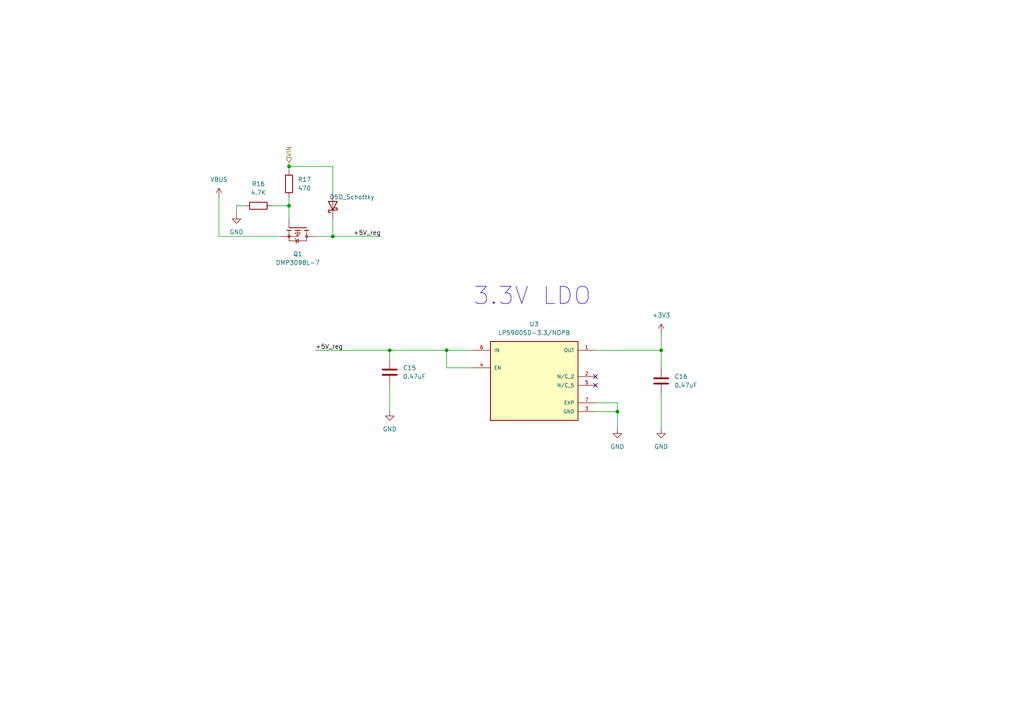
<source format=kicad_sch>
(kicad_sch (version 20211123) (generator eeschema)
  (paper "A4")
  (lib_symbols
    (symbol "DMP3098L-7:DMP3098L-7" (pin_numbers hide) (pin_names (offset 1.016) hide)
      (property "Reference" "Q" (at -8.89 3.81 0))
      (property "Value" "DMP3098L-7" (at -8.89 -6.35 0))
      (symbol "DMP3098L-7_0_0"
        (polyline (pts (xy 0 -2.54) (xy 0 2.54)) (stroke (width 0.254)))
        (polyline (pts (xy 0.762 -3.175) (xy 0.762 -2.54)) (stroke (width 0.254)))
        (polyline (pts (xy 0.762 -2.54) (xy 0.762 -1.905)) (stroke (width 0.254)))
        (polyline (pts (xy 0.762 -2.54) (xy 3.81 -2.54)) (stroke (width 0.1524)))
        (polyline (pts (xy 0.762 -0.762) (xy 0.762 0)) (stroke (width 0.254)))
        (polyline (pts (xy 0.762 0) (xy 0.762 0.762)) (stroke (width 0.254)))
        (polyline (pts (xy 0.762 0) (xy 2.54 0)) (stroke (width 0.1524)))
        (polyline (pts (xy 0.762 1.905) (xy 0.762 2.54)) (stroke (width 0.254)))
        (polyline (pts (xy 0.762 2.54) (xy 0.762 3.175)) (stroke (width 0.254)))
        (polyline (pts (xy 2.54 0) (xy 2.54 2.54)) (stroke (width 0.1524)))
        (polyline (pts (xy 2.54 2.54) (xy 0.762 2.54)) (stroke (width 0.1524)))
        (polyline (pts (xy 2.54 2.54) (xy 3.81 2.54)) (stroke (width 0.1524)))
        (polyline (pts (xy 3.048 0.762) (xy 3.302 0.508)) (stroke (width 0.1524)))
        (polyline (pts (xy 3.302 0.508) (xy 3.81 0.508)) (stroke (width 0.1524)))
        (polyline (pts (xy 3.81 -2.54) (xy 3.81 0.508)) (stroke (width 0.1524)))
        (polyline (pts (xy 3.81 0.508) (xy 3.81 2.54)) (stroke (width 0.1524)))
        (polyline (pts (xy 3.81 0.508) (xy 4.318 0.508)) (stroke (width 0.1524)))
        (polyline (pts (xy 4.318 0.508) (xy 4.572 0.254)) (stroke (width 0.1524)))
        (polyline (pts (xy 2.54 0) (xy 1.524 0.762) (xy 1.524 -0.762) (xy 2.54 0)) (stroke (width 0.1524)) (fill (type background)))
        (polyline (pts (xy 3.81 0.508) (xy 4.318 -0.254) (xy 3.302 -0.254) (xy 3.81 0.508)) (stroke (width 0.1524)) (fill (type background)))
        (circle (center 2.54 -2.54) (radius 0.3556))
        (circle (center 2.54 2.54) (radius 0.3556))
        (pin passive line (at -2.54 2.54 0) (length 2.54) (name "~") (number "1"))
        (pin passive line (at 2.54 5.08 270) (length 2.54) (name "~") (number "2"))
        (pin passive line (at 2.54 -5.08 90) (length 2.54) (name "~") (number "3"))
      )
    )
    (symbol "Device:C" (pin_numbers hide) (pin_names (offset 0.254))
      (property "Reference" "C" (at 0.635 2.54 0))
      (property "Value" "C" (at 0.635 -2.54 0))
      (symbol "C_0_1"
        (polyline (pts (xy -2.032 -0.762) (xy 2.032 -0.762)) (stroke (width 0.508)))
        (polyline (pts (xy -2.032 0.762) (xy 2.032 0.762)) (stroke (width 0.508)))
      )
      (symbol "C_1_1"
        (pin passive line (at 0 3.81 270) (length 2.794) (name "~") (number "1"))
        (pin passive line (at 0 -3.81 90) (length 2.794) (name "~") (number "2"))
      )
    )
    (symbol "Device:D_Schottky" (pin_numbers hide) (pin_names (offset 1.016) hide)
      (property "Reference" "D10" (at 2.54 0.9526 90))
      (property "Value" "D_Schottky" (at 2.54 -1.5874 90))
      (symbol "D_Schottky_0_1"
        (polyline (pts (xy 1.27 0) (xy -1.27 0)))
        (polyline (pts (xy 1.27 1.27) (xy 1.27 -1.27) (xy -1.27 0) (xy 1.27 1.27)) (stroke (width 0.254)))
        (polyline (pts (xy -1.905 0.635) (xy -1.905 1.27) (xy -1.27 1.27) (xy -1.27 -1.27) (xy -0.635 -1.27) (xy -0.635 -0.635)) (stroke (width 0.254)))
      )
      (symbol "D_Schottky_1_1"
        (pin passive line (at 3.81 0 180) (length 2.54) (name "A") (number "A"))
        (pin passive line (at -3.81 0 0) (length 2.54) (name "K") (number "C"))
      )
    )
    (symbol "Device:R" (pin_numbers hide) (pin_names (offset 0))
      (property "Reference" "R" (at 2.032 0 90))
      (property "Value" "R" (at 0 0 90))
      (symbol "R_0_1"
        (rectangle (start -1.016 -2.54) (end 1.016 2.54) (stroke (width 0.254)))
      )
      (symbol "R_1_1"
        (pin passive line (at 0 3.81 270) (length 1.27) (name "~") (number "1"))
        (pin passive line (at 0 -3.81 90) (length 1.27) (name "~") (number "2"))
      )
    )
    (symbol "LP5900SD-3.3_NOPB:LP5900SD-3.3{slash}NOPB" (pin_names (offset 1.016))
      (property "Reference" "U3" (at 0 15.24 0))
      (property "Value" "LP5900SD-3.3/NOPB" (at 0 12.7 0))
      (symbol "LP5900SD-3.3{slash}NOPB_0_0"
        (rectangle (start -12.7 -12.7) (end 12.7 10.16) (stroke (width 0.254)) (fill (type background)))
        (pin power_out line (at 17.78 7.62 180) (length 5.08) (name "OUT") (number "1"))
        (pin no_connect line (at 17.78 0 180) (length 5.08) (name "N/C_2") (number "2"))
        (pin unspecified line (at 17.78 -10.16 180) (length 5.08) (name "GND") (number "3"))
        (pin input line (at -17.78 2.54 0) (length 5.08) (name "EN") (number "4"))
        (pin no_connect line (at 17.78 -2.54 180) (length 5.08) (name "N/C_5") (number "5"))
        (pin input line (at -17.78 7.62 0) (length 5.08) (name "IN") (number "6"))
        (pin unspecified line (at 17.78 -7.62 180) (length 5.08) (name "EXP") (number "7"))
      )
    )
    (symbol "power:+3.3V" (power) (pin_names (offset 0))
      (property "Value" "+3.3V" (at 0 3.556 0))
      (symbol "+3.3V_0_1"
        (polyline (pts (xy -0.762 1.27) (xy 0 2.54)))
        (polyline (pts (xy 0 0) (xy 0 2.54)))
        (polyline (pts (xy 0 2.54) (xy 0.762 1.27)))
      )
      (symbol "+3.3V_1_1"
        (pin power_in line (at 0 0 90) (length 0) hide (name "+3V3") (number "1"))
      )
    )
    (symbol "power:GND" (power) (pin_names (offset 0))
      (property "Value" "GND" (at 0 -3.81 0))
      (symbol "GND_0_1"
        (polyline (pts (xy 0 0) (xy 0 -1.27) (xy 1.27 -1.27) (xy 0 -2.54) (xy -1.27 -1.27) (xy 0 -1.27)))
      )
      (symbol "GND_1_1"
        (pin power_in line (at 0 0 270) (length 0) hide (name "GND") (number "1"))
      )
    )
    (symbol "power:VBUS" (power) (pin_names (offset 0))
      (property "Value" "VBUS" (at 0 3.81 0))
      (symbol "VBUS_0_1"
        (polyline (pts (xy -0.762 1.27) (xy 0 2.54)))
        (polyline (pts (xy 0 0) (xy 0 2.54)))
        (polyline (pts (xy 0 2.54) (xy 0.762 1.27)))
      )
      (symbol "VBUS_1_1"
        (pin power_in line (at 0 0 90) (length 0) hide (name "VBUS") (number "1"))
      )
    )
  )
  (junction (at 83.82 59.69))
  (junction (at 83.82 48.26))
  (junction (at 129.54 101.6))
  (junction (at 191.77 101.6))
  (junction (at 179.07 119.38))
  (junction (at 113.03 101.6))
  (junction (at 96.52 68.58))
  (no_connect (at 172.72 111.76))
  (no_connect (at 172.72 109.22))
  (wire (pts (xy 172.72 116.84) (xy 179.07 116.84)))
  (wire (pts (xy 91.44 101.6) (xy 113.03 101.6)))
  (wire (pts (xy 81.28 68.58) (xy 63.5 68.58)))
  (wire (pts (xy 96.52 55.88) (xy 96.52 48.26)))
  (wire (pts (xy 191.77 114.3) (xy 191.77 124.46)))
  (wire (pts (xy 63.5 57.15) (xy 63.5 68.58)))
  (wire (pts (xy 137.16 106.68) (xy 129.54 106.68)))
  (wire (pts (xy 68.58 62.23) (xy 68.58 59.69)))
  (wire (pts (xy 113.03 101.6) (xy 129.54 101.6)))
  (wire (pts (xy 113.03 111.76) (xy 113.03 119.38)))
  (wire (pts (xy 129.54 106.68) (xy 129.54 101.6)))
  (wire (pts (xy 96.52 68.58) (xy 91.44 68.58)))
  (wire (pts (xy 83.82 46.99) (xy 83.82 48.26)))
  (wire (pts (xy 191.77 96.52) (xy 191.77 101.6)))
  (wire (pts (xy 113.03 101.6) (xy 113.03 104.14)))
  (wire (pts (xy 83.82 57.15) (xy 83.82 59.69)))
  (wire (pts (xy 68.58 59.69) (xy 71.12 59.69)))
  (wire (pts (xy 96.52 63.5) (xy 96.52 68.58)))
  (wire (pts (xy 179.07 116.84) (xy 179.07 119.38)))
  (wire (pts (xy 172.72 101.6) (xy 191.77 101.6)))
  (wire (pts (xy 110.49 68.58) (xy 96.52 68.58)))
  (wire (pts (xy 179.07 119.38) (xy 172.72 119.38)))
  (wire (pts (xy 129.54 101.6) (xy 137.16 101.6)))
  (wire (pts (xy 191.77 101.6) (xy 191.77 106.68)))
  (wire (pts (xy 83.82 59.69) (xy 83.82 63.5)))
  (wire (pts (xy 78.74 59.69) (xy 83.82 59.69)))
  (wire (pts (xy 83.82 48.26) (xy 83.82 49.53)))
  (wire (pts (xy 179.07 124.46) (xy 179.07 119.38)))
  (wire (pts (xy 96.52 48.26) (xy 83.82 48.26)))
  (text "3.3V LDO" (at 137.16 88.9 0) (effects (font (size 5 5)) (justify left bottom)))
  (label "+5V_reg" (at 91.44 101.6 0))
  (label "+5V_reg" (at 110.49 68.58 180))
  (hierarchical_label "VIN" (shape input) (at 83.82 46.99 90))
  (symbol (lib_id "Device:C") (at 113.03 107.95 0) (unit 1)
    (property "Reference" "C15" (at 116.84 106.6799 0) (effects (justify left)))
    (property "Value" "0.47uF" (at 116.84 109.2199 0) (effects (justify left)))
    (property "Footprint" "Capacitor_SMD:C_0603_1608Metric" (effects hide))
  )
  (symbol (lib_id "power:GND") (at 68.58 62.23 0) (unit 1)
    (property "Reference" "#PWR0129" (effects hide))
    (property "Value" "GND" (at 68.58 67.31 0))
  )
  (symbol (lib_id "DMP3098L-7:DMP3098L-7") (at 86.36 66.04 90) (mirror x) (unit 1)
    (property "Reference" "Q1" (at 86.36 73.66 90))
    (property "Value" "DMP3098L-7" (at 86.36 76.2 90))
    (property "Footprint" "Transistor_Power_Module:DMP3098L" (effects hide))
    (property "PARTREV" "8 - 2" (effects hide))
    (property "MAXIMUM_PACKAGE_HEIGHT" "1.1 mm" (effects hide))
    (property "MANUFACTURER" "Diodes Inc." (effects hide))
    (property "STANDARD" "IPC 7351B" (effects hide))
  )
  (symbol (lib_id "power:GND") (at 179.07 124.46 0) (unit 1)
    (property "Reference" "#PWR0133" (effects hide))
    (property "Value" "GND" (at 179.07 129.54 0))
  )
  (symbol (lib_id "Device:D_Schottky") (at 96.52 59.69 90) (unit 1)
    (property "Reference" "D5" (at 95.5674 57.15 90) (effects (justify right)))
    (property "Value" "D_Schottky" (at 98.1074 57.15 90) (effects (justify right)))
    (property "Footprint" "Diode_SMD:1N4148" (effects hide))
  )
  (symbol (lib_id "power:VBUS") (at 63.5 57.15 0) (unit 1)
    (property "Reference" "#PWR0130" (effects hide))
    (property "Value" "VBUS" (at 63.5 52.07 0))
  )
  (symbol (lib_id "power:GND") (at 191.77 124.46 0) (unit 1)
    (property "Reference" "#PWR0134" (effects hide))
    (property "Value" "GND" (at 191.77 129.54 0))
  )
  (symbol (lib_id "Device:C") (at 191.77 110.49 0) (unit 1)
    (property "Reference" "C16" (at 195.58 109.2199 0) (effects (justify left)))
    (property "Value" "0.47uF" (at 195.58 111.7599 0) (effects (justify left)))
    (property "Footprint" "Capacitor_SMD:C_0603_1608Metric" (effects hide))
  )
  (symbol (lib_id "power:+3.3V") (at 191.77 96.52 0) (unit 1)
    (property "Reference" "#PWR0132" (effects hide))
    (property "Value" "+3.3V" (at 191.77 91.44 0))
  )
  (symbol (lib_id "power:GND") (at 113.03 119.38 0) (unit 1)
    (property "Reference" "#PWR0131" (effects hide))
    (property "Value" "GND" (at 113.03 124.46 0))
  )
  (symbol (lib_id "Device:R") (at 74.93 59.69 270) (unit 1)
    (property "Reference" "R16" (at 74.93 53.34 90))
    (property "Value" "4.7K" (at 74.93 55.88 90))
    (property "Footprint" "Resistor_SMD:R_0603_1608Metric" (effects hide))
  )
  (symbol (lib_id "Device:R") (at 83.82 53.34 180) (unit 1)
    (property "Reference" "R17" (at 86.36 52.0699 0) (effects (justify right)))
    (property "Value" "470" (at 86.36 54.6099 0) (effects (justify right)))
    (property "Footprint" "Resistor_SMD:R_0603_1608Metric" (effects hide))
  )
  (symbol (lib_id "LP5900SD-3.3_NOPB:LP5900SD-3.3{slash}NOPB") (at 154.94 109.22 0) (unit 1)
    (property "Reference" "U3" (at 154.94 93.98 0))
    (property "Value" "LP5900SD-3.3/NOPB" (at 154.94 96.52 0))
    (property "Footprint" "Converter_DCDC:LP5900SD-3.3_NOPB" (effects hide))
    (property "DIGIKEY-PURCHASE-URL" "https://snapeda.com/shop?store=DigiKey&id=19396" (effects hide))
    (property "MF" "Texas Instruments" (effects hide))
    (property "MP" "LP5900SD-3.3/NOPB" (effects hide))
    (property "DESCRIPTION" "150-mA, low-noise, low-IQ, low-dropout voltage regulator with enable 6-WSON -40 to 125" (effects hide))
    (property "AVAILABILITY" "Good" (effects hide))
    (property "STANDARD" "IPC-7351B" (effects hide))
    (property "MOUSER-PURCHASE-URL" "https://snapeda.com/shop?store=Mouser&id=19396" (effects hide))
    (property "PACKAGE" "WSON-6 Texas Instruments" (effects hide))
    (property "TEXAS_INSTRUMENTS-PURCHASE-URL" "https://snapeda.com/shop?store=Texas+Instruments&id=19396" (effects hide))
    (property "PARTREV" "R" (effects hide))
    (property "PRICE" "None" (effects hide))
  )
)
</source>
